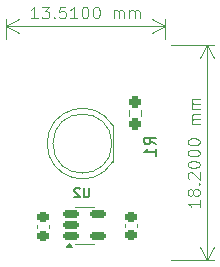
<source format=gbr>
%TF.GenerationSoftware,KiCad,Pcbnew,8.0.1*%
%TF.CreationDate,2025-01-22T20:29:26-07:00*%
%TF.ProjectId,IRRemote,49525265-6d6f-4746-952e-6b696361645f,rev?*%
%TF.SameCoordinates,Original*%
%TF.FileFunction,Legend,Bot*%
%TF.FilePolarity,Positive*%
%FSLAX46Y46*%
G04 Gerber Fmt 4.6, Leading zero omitted, Abs format (unit mm)*
G04 Created by KiCad (PCBNEW 8.0.1) date 2025-01-22 20:29:26*
%MOMM*%
%LPD*%
G01*
G04 APERTURE LIST*
G04 Aperture macros list*
%AMRoundRect*
0 Rectangle with rounded corners*
0 $1 Rounding radius*
0 $2 $3 $4 $5 $6 $7 $8 $9 X,Y pos of 4 corners*
0 Add a 4 corners polygon primitive as box body*
4,1,4,$2,$3,$4,$5,$6,$7,$8,$9,$2,$3,0*
0 Add four circle primitives for the rounded corners*
1,1,$1+$1,$2,$3*
1,1,$1+$1,$4,$5*
1,1,$1+$1,$6,$7*
1,1,$1+$1,$8,$9*
0 Add four rect primitives between the rounded corners*
20,1,$1+$1,$2,$3,$4,$5,0*
20,1,$1+$1,$4,$5,$6,$7,0*
20,1,$1+$1,$6,$7,$8,$9,0*
20,1,$1+$1,$8,$9,$2,$3,0*%
G04 Aperture macros list end*
%ADD10C,0.100000*%
%ADD11C,0.150000*%
%ADD12C,0.120000*%
%ADD13R,1.800000X1.800000*%
%ADD14C,1.800000*%
%ADD15R,1.700000X1.700000*%
%ADD16O,1.700000X1.700000*%
%ADD17C,2.500000*%
%ADD18RoundRect,0.150000X-0.512500X-0.150000X0.512500X-0.150000X0.512500X0.150000X-0.512500X0.150000X0*%
%ADD19RoundRect,0.225000X-0.250000X0.225000X-0.250000X-0.225000X0.250000X-0.225000X0.250000X0.225000X0*%
%ADD20RoundRect,0.237500X0.237500X-0.250000X0.237500X0.250000X-0.237500X0.250000X-0.237500X-0.250000X0*%
%ADD21RoundRect,0.225000X0.250000X-0.225000X0.250000X0.225000X-0.250000X0.225000X-0.250000X-0.225000X0*%
G04 APERTURE END LIST*
D10*
X134397381Y-62177419D02*
X133825953Y-62177419D01*
X134111667Y-62177419D02*
X134111667Y-61177419D01*
X134111667Y-61177419D02*
X134016429Y-61320276D01*
X134016429Y-61320276D02*
X133921191Y-61415514D01*
X133921191Y-61415514D02*
X133825953Y-61463133D01*
X134730715Y-61177419D02*
X135349762Y-61177419D01*
X135349762Y-61177419D02*
X135016429Y-61558371D01*
X135016429Y-61558371D02*
X135159286Y-61558371D01*
X135159286Y-61558371D02*
X135254524Y-61605990D01*
X135254524Y-61605990D02*
X135302143Y-61653609D01*
X135302143Y-61653609D02*
X135349762Y-61748847D01*
X135349762Y-61748847D02*
X135349762Y-61986942D01*
X135349762Y-61986942D02*
X135302143Y-62082180D01*
X135302143Y-62082180D02*
X135254524Y-62129800D01*
X135254524Y-62129800D02*
X135159286Y-62177419D01*
X135159286Y-62177419D02*
X134873572Y-62177419D01*
X134873572Y-62177419D02*
X134778334Y-62129800D01*
X134778334Y-62129800D02*
X134730715Y-62082180D01*
X135778334Y-62082180D02*
X135825953Y-62129800D01*
X135825953Y-62129800D02*
X135778334Y-62177419D01*
X135778334Y-62177419D02*
X135730715Y-62129800D01*
X135730715Y-62129800D02*
X135778334Y-62082180D01*
X135778334Y-62082180D02*
X135778334Y-62177419D01*
X136730714Y-61177419D02*
X136254524Y-61177419D01*
X136254524Y-61177419D02*
X136206905Y-61653609D01*
X136206905Y-61653609D02*
X136254524Y-61605990D01*
X136254524Y-61605990D02*
X136349762Y-61558371D01*
X136349762Y-61558371D02*
X136587857Y-61558371D01*
X136587857Y-61558371D02*
X136683095Y-61605990D01*
X136683095Y-61605990D02*
X136730714Y-61653609D01*
X136730714Y-61653609D02*
X136778333Y-61748847D01*
X136778333Y-61748847D02*
X136778333Y-61986942D01*
X136778333Y-61986942D02*
X136730714Y-62082180D01*
X136730714Y-62082180D02*
X136683095Y-62129800D01*
X136683095Y-62129800D02*
X136587857Y-62177419D01*
X136587857Y-62177419D02*
X136349762Y-62177419D01*
X136349762Y-62177419D02*
X136254524Y-62129800D01*
X136254524Y-62129800D02*
X136206905Y-62082180D01*
X137730714Y-62177419D02*
X137159286Y-62177419D01*
X137445000Y-62177419D02*
X137445000Y-61177419D01*
X137445000Y-61177419D02*
X137349762Y-61320276D01*
X137349762Y-61320276D02*
X137254524Y-61415514D01*
X137254524Y-61415514D02*
X137159286Y-61463133D01*
X138349762Y-61177419D02*
X138445000Y-61177419D01*
X138445000Y-61177419D02*
X138540238Y-61225038D01*
X138540238Y-61225038D02*
X138587857Y-61272657D01*
X138587857Y-61272657D02*
X138635476Y-61367895D01*
X138635476Y-61367895D02*
X138683095Y-61558371D01*
X138683095Y-61558371D02*
X138683095Y-61796466D01*
X138683095Y-61796466D02*
X138635476Y-61986942D01*
X138635476Y-61986942D02*
X138587857Y-62082180D01*
X138587857Y-62082180D02*
X138540238Y-62129800D01*
X138540238Y-62129800D02*
X138445000Y-62177419D01*
X138445000Y-62177419D02*
X138349762Y-62177419D01*
X138349762Y-62177419D02*
X138254524Y-62129800D01*
X138254524Y-62129800D02*
X138206905Y-62082180D01*
X138206905Y-62082180D02*
X138159286Y-61986942D01*
X138159286Y-61986942D02*
X138111667Y-61796466D01*
X138111667Y-61796466D02*
X138111667Y-61558371D01*
X138111667Y-61558371D02*
X138159286Y-61367895D01*
X138159286Y-61367895D02*
X138206905Y-61272657D01*
X138206905Y-61272657D02*
X138254524Y-61225038D01*
X138254524Y-61225038D02*
X138349762Y-61177419D01*
X139302143Y-61177419D02*
X139397381Y-61177419D01*
X139397381Y-61177419D02*
X139492619Y-61225038D01*
X139492619Y-61225038D02*
X139540238Y-61272657D01*
X139540238Y-61272657D02*
X139587857Y-61367895D01*
X139587857Y-61367895D02*
X139635476Y-61558371D01*
X139635476Y-61558371D02*
X139635476Y-61796466D01*
X139635476Y-61796466D02*
X139587857Y-61986942D01*
X139587857Y-61986942D02*
X139540238Y-62082180D01*
X139540238Y-62082180D02*
X139492619Y-62129800D01*
X139492619Y-62129800D02*
X139397381Y-62177419D01*
X139397381Y-62177419D02*
X139302143Y-62177419D01*
X139302143Y-62177419D02*
X139206905Y-62129800D01*
X139206905Y-62129800D02*
X139159286Y-62082180D01*
X139159286Y-62082180D02*
X139111667Y-61986942D01*
X139111667Y-61986942D02*
X139064048Y-61796466D01*
X139064048Y-61796466D02*
X139064048Y-61558371D01*
X139064048Y-61558371D02*
X139111667Y-61367895D01*
X139111667Y-61367895D02*
X139159286Y-61272657D01*
X139159286Y-61272657D02*
X139206905Y-61225038D01*
X139206905Y-61225038D02*
X139302143Y-61177419D01*
X140825953Y-62177419D02*
X140825953Y-61510752D01*
X140825953Y-61605990D02*
X140873572Y-61558371D01*
X140873572Y-61558371D02*
X140968810Y-61510752D01*
X140968810Y-61510752D02*
X141111667Y-61510752D01*
X141111667Y-61510752D02*
X141206905Y-61558371D01*
X141206905Y-61558371D02*
X141254524Y-61653609D01*
X141254524Y-61653609D02*
X141254524Y-62177419D01*
X141254524Y-61653609D02*
X141302143Y-61558371D01*
X141302143Y-61558371D02*
X141397381Y-61510752D01*
X141397381Y-61510752D02*
X141540238Y-61510752D01*
X141540238Y-61510752D02*
X141635477Y-61558371D01*
X141635477Y-61558371D02*
X141683096Y-61653609D01*
X141683096Y-61653609D02*
X141683096Y-62177419D01*
X142159286Y-62177419D02*
X142159286Y-61510752D01*
X142159286Y-61605990D02*
X142206905Y-61558371D01*
X142206905Y-61558371D02*
X142302143Y-61510752D01*
X142302143Y-61510752D02*
X142445000Y-61510752D01*
X142445000Y-61510752D02*
X142540238Y-61558371D01*
X142540238Y-61558371D02*
X142587857Y-61653609D01*
X142587857Y-61653609D02*
X142587857Y-62177419D01*
X142587857Y-61653609D02*
X142635476Y-61558371D01*
X142635476Y-61558371D02*
X142730714Y-61510752D01*
X142730714Y-61510752D02*
X142873571Y-61510752D01*
X142873571Y-61510752D02*
X142968810Y-61558371D01*
X142968810Y-61558371D02*
X143016429Y-61653609D01*
X143016429Y-61653609D02*
X143016429Y-62177419D01*
X131690000Y-63940000D02*
X131690000Y-62233580D01*
X145200000Y-63940000D02*
X145200000Y-62233580D01*
X131690000Y-62820000D02*
X145200000Y-62820000D01*
X131690000Y-62820000D02*
X145200000Y-62820000D01*
X131690000Y-62820000D02*
X132816504Y-62233579D01*
X131690000Y-62820000D02*
X132816504Y-63406421D01*
X145200000Y-62820000D02*
X144073496Y-63406421D01*
X145200000Y-62820000D02*
X144073496Y-62233579D01*
X148107419Y-77587618D02*
X148107419Y-78159046D01*
X148107419Y-77873332D02*
X147107419Y-77873332D01*
X147107419Y-77873332D02*
X147250276Y-77968570D01*
X147250276Y-77968570D02*
X147345514Y-78063808D01*
X147345514Y-78063808D02*
X147393133Y-78159046D01*
X147535990Y-77016189D02*
X147488371Y-77111427D01*
X147488371Y-77111427D02*
X147440752Y-77159046D01*
X147440752Y-77159046D02*
X147345514Y-77206665D01*
X147345514Y-77206665D02*
X147297895Y-77206665D01*
X147297895Y-77206665D02*
X147202657Y-77159046D01*
X147202657Y-77159046D02*
X147155038Y-77111427D01*
X147155038Y-77111427D02*
X147107419Y-77016189D01*
X147107419Y-77016189D02*
X147107419Y-76825713D01*
X147107419Y-76825713D02*
X147155038Y-76730475D01*
X147155038Y-76730475D02*
X147202657Y-76682856D01*
X147202657Y-76682856D02*
X147297895Y-76635237D01*
X147297895Y-76635237D02*
X147345514Y-76635237D01*
X147345514Y-76635237D02*
X147440752Y-76682856D01*
X147440752Y-76682856D02*
X147488371Y-76730475D01*
X147488371Y-76730475D02*
X147535990Y-76825713D01*
X147535990Y-76825713D02*
X147535990Y-77016189D01*
X147535990Y-77016189D02*
X147583609Y-77111427D01*
X147583609Y-77111427D02*
X147631228Y-77159046D01*
X147631228Y-77159046D02*
X147726466Y-77206665D01*
X147726466Y-77206665D02*
X147916942Y-77206665D01*
X147916942Y-77206665D02*
X148012180Y-77159046D01*
X148012180Y-77159046D02*
X148059800Y-77111427D01*
X148059800Y-77111427D02*
X148107419Y-77016189D01*
X148107419Y-77016189D02*
X148107419Y-76825713D01*
X148107419Y-76825713D02*
X148059800Y-76730475D01*
X148059800Y-76730475D02*
X148012180Y-76682856D01*
X148012180Y-76682856D02*
X147916942Y-76635237D01*
X147916942Y-76635237D02*
X147726466Y-76635237D01*
X147726466Y-76635237D02*
X147631228Y-76682856D01*
X147631228Y-76682856D02*
X147583609Y-76730475D01*
X147583609Y-76730475D02*
X147535990Y-76825713D01*
X148012180Y-76206665D02*
X148059800Y-76159046D01*
X148059800Y-76159046D02*
X148107419Y-76206665D01*
X148107419Y-76206665D02*
X148059800Y-76254284D01*
X148059800Y-76254284D02*
X148012180Y-76206665D01*
X148012180Y-76206665D02*
X148107419Y-76206665D01*
X147202657Y-75778094D02*
X147155038Y-75730475D01*
X147155038Y-75730475D02*
X147107419Y-75635237D01*
X147107419Y-75635237D02*
X147107419Y-75397142D01*
X147107419Y-75397142D02*
X147155038Y-75301904D01*
X147155038Y-75301904D02*
X147202657Y-75254285D01*
X147202657Y-75254285D02*
X147297895Y-75206666D01*
X147297895Y-75206666D02*
X147393133Y-75206666D01*
X147393133Y-75206666D02*
X147535990Y-75254285D01*
X147535990Y-75254285D02*
X148107419Y-75825713D01*
X148107419Y-75825713D02*
X148107419Y-75206666D01*
X147107419Y-74587618D02*
X147107419Y-74492380D01*
X147107419Y-74492380D02*
X147155038Y-74397142D01*
X147155038Y-74397142D02*
X147202657Y-74349523D01*
X147202657Y-74349523D02*
X147297895Y-74301904D01*
X147297895Y-74301904D02*
X147488371Y-74254285D01*
X147488371Y-74254285D02*
X147726466Y-74254285D01*
X147726466Y-74254285D02*
X147916942Y-74301904D01*
X147916942Y-74301904D02*
X148012180Y-74349523D01*
X148012180Y-74349523D02*
X148059800Y-74397142D01*
X148059800Y-74397142D02*
X148107419Y-74492380D01*
X148107419Y-74492380D02*
X148107419Y-74587618D01*
X148107419Y-74587618D02*
X148059800Y-74682856D01*
X148059800Y-74682856D02*
X148012180Y-74730475D01*
X148012180Y-74730475D02*
X147916942Y-74778094D01*
X147916942Y-74778094D02*
X147726466Y-74825713D01*
X147726466Y-74825713D02*
X147488371Y-74825713D01*
X147488371Y-74825713D02*
X147297895Y-74778094D01*
X147297895Y-74778094D02*
X147202657Y-74730475D01*
X147202657Y-74730475D02*
X147155038Y-74682856D01*
X147155038Y-74682856D02*
X147107419Y-74587618D01*
X147107419Y-73635237D02*
X147107419Y-73539999D01*
X147107419Y-73539999D02*
X147155038Y-73444761D01*
X147155038Y-73444761D02*
X147202657Y-73397142D01*
X147202657Y-73397142D02*
X147297895Y-73349523D01*
X147297895Y-73349523D02*
X147488371Y-73301904D01*
X147488371Y-73301904D02*
X147726466Y-73301904D01*
X147726466Y-73301904D02*
X147916942Y-73349523D01*
X147916942Y-73349523D02*
X148012180Y-73397142D01*
X148012180Y-73397142D02*
X148059800Y-73444761D01*
X148059800Y-73444761D02*
X148107419Y-73539999D01*
X148107419Y-73539999D02*
X148107419Y-73635237D01*
X148107419Y-73635237D02*
X148059800Y-73730475D01*
X148059800Y-73730475D02*
X148012180Y-73778094D01*
X148012180Y-73778094D02*
X147916942Y-73825713D01*
X147916942Y-73825713D02*
X147726466Y-73873332D01*
X147726466Y-73873332D02*
X147488371Y-73873332D01*
X147488371Y-73873332D02*
X147297895Y-73825713D01*
X147297895Y-73825713D02*
X147202657Y-73778094D01*
X147202657Y-73778094D02*
X147155038Y-73730475D01*
X147155038Y-73730475D02*
X147107419Y-73635237D01*
X147107419Y-72682856D02*
X147107419Y-72587618D01*
X147107419Y-72587618D02*
X147155038Y-72492380D01*
X147155038Y-72492380D02*
X147202657Y-72444761D01*
X147202657Y-72444761D02*
X147297895Y-72397142D01*
X147297895Y-72397142D02*
X147488371Y-72349523D01*
X147488371Y-72349523D02*
X147726466Y-72349523D01*
X147726466Y-72349523D02*
X147916942Y-72397142D01*
X147916942Y-72397142D02*
X148012180Y-72444761D01*
X148012180Y-72444761D02*
X148059800Y-72492380D01*
X148059800Y-72492380D02*
X148107419Y-72587618D01*
X148107419Y-72587618D02*
X148107419Y-72682856D01*
X148107419Y-72682856D02*
X148059800Y-72778094D01*
X148059800Y-72778094D02*
X148012180Y-72825713D01*
X148012180Y-72825713D02*
X147916942Y-72873332D01*
X147916942Y-72873332D02*
X147726466Y-72920951D01*
X147726466Y-72920951D02*
X147488371Y-72920951D01*
X147488371Y-72920951D02*
X147297895Y-72873332D01*
X147297895Y-72873332D02*
X147202657Y-72825713D01*
X147202657Y-72825713D02*
X147155038Y-72778094D01*
X147155038Y-72778094D02*
X147107419Y-72682856D01*
X148107419Y-71159046D02*
X147440752Y-71159046D01*
X147535990Y-71159046D02*
X147488371Y-71111427D01*
X147488371Y-71111427D02*
X147440752Y-71016189D01*
X147440752Y-71016189D02*
X147440752Y-70873332D01*
X147440752Y-70873332D02*
X147488371Y-70778094D01*
X147488371Y-70778094D02*
X147583609Y-70730475D01*
X147583609Y-70730475D02*
X148107419Y-70730475D01*
X147583609Y-70730475D02*
X147488371Y-70682856D01*
X147488371Y-70682856D02*
X147440752Y-70587618D01*
X147440752Y-70587618D02*
X147440752Y-70444761D01*
X147440752Y-70444761D02*
X147488371Y-70349522D01*
X147488371Y-70349522D02*
X147583609Y-70301903D01*
X147583609Y-70301903D02*
X148107419Y-70301903D01*
X148107419Y-69825713D02*
X147440752Y-69825713D01*
X147535990Y-69825713D02*
X147488371Y-69778094D01*
X147488371Y-69778094D02*
X147440752Y-69682856D01*
X147440752Y-69682856D02*
X147440752Y-69539999D01*
X147440752Y-69539999D02*
X147488371Y-69444761D01*
X147488371Y-69444761D02*
X147583609Y-69397142D01*
X147583609Y-69397142D02*
X148107419Y-69397142D01*
X147583609Y-69397142D02*
X147488371Y-69349523D01*
X147488371Y-69349523D02*
X147440752Y-69254285D01*
X147440752Y-69254285D02*
X147440752Y-69111428D01*
X147440752Y-69111428D02*
X147488371Y-69016189D01*
X147488371Y-69016189D02*
X147583609Y-68968570D01*
X147583609Y-68968570D02*
X148107419Y-68968570D01*
X145700000Y-82640000D02*
X149336420Y-82640000D01*
X145700000Y-64440000D02*
X149336420Y-64440000D01*
X148750000Y-82640000D02*
X148750000Y-64440000D01*
X148750000Y-82640000D02*
X148750000Y-64440000D01*
X148750000Y-82640000D02*
X148163579Y-81513496D01*
X148750000Y-82640000D02*
X149336421Y-81513496D01*
X148750000Y-64440000D02*
X149336421Y-65566504D01*
X148750000Y-64440000D02*
X148163579Y-65566504D01*
D11*
X138729523Y-76532295D02*
X138729523Y-77179914D01*
X138729523Y-77179914D02*
X138691428Y-77256104D01*
X138691428Y-77256104D02*
X138653333Y-77294200D01*
X138653333Y-77294200D02*
X138577142Y-77332295D01*
X138577142Y-77332295D02*
X138424761Y-77332295D01*
X138424761Y-77332295D02*
X138348571Y-77294200D01*
X138348571Y-77294200D02*
X138310476Y-77256104D01*
X138310476Y-77256104D02*
X138272380Y-77179914D01*
X138272380Y-77179914D02*
X138272380Y-76532295D01*
X137929524Y-76608485D02*
X137891428Y-76570390D01*
X137891428Y-76570390D02*
X137815238Y-76532295D01*
X137815238Y-76532295D02*
X137624762Y-76532295D01*
X137624762Y-76532295D02*
X137548571Y-76570390D01*
X137548571Y-76570390D02*
X137510476Y-76608485D01*
X137510476Y-76608485D02*
X137472381Y-76684676D01*
X137472381Y-76684676D02*
X137472381Y-76760866D01*
X137472381Y-76760866D02*
X137510476Y-76875152D01*
X137510476Y-76875152D02*
X137967619Y-77332295D01*
X137967619Y-77332295D02*
X137472381Y-77332295D01*
X144394819Y-72853333D02*
X143918628Y-72520000D01*
X144394819Y-72281905D02*
X143394819Y-72281905D01*
X143394819Y-72281905D02*
X143394819Y-72662857D01*
X143394819Y-72662857D02*
X143442438Y-72758095D01*
X143442438Y-72758095D02*
X143490057Y-72805714D01*
X143490057Y-72805714D02*
X143585295Y-72853333D01*
X143585295Y-72853333D02*
X143728152Y-72853333D01*
X143728152Y-72853333D02*
X143823390Y-72805714D01*
X143823390Y-72805714D02*
X143871009Y-72758095D01*
X143871009Y-72758095D02*
X143918628Y-72662857D01*
X143918628Y-72662857D02*
X143918628Y-72281905D01*
X144394819Y-73805714D02*
X144394819Y-73234286D01*
X144394819Y-73520000D02*
X143394819Y-73520000D01*
X143394819Y-73520000D02*
X143537676Y-73424762D01*
X143537676Y-73424762D02*
X143632914Y-73329524D01*
X143632914Y-73329524D02*
X143680533Y-73234286D01*
D12*
%TO.C,D1*%
X140730000Y-74325000D02*
X140730000Y-71235000D01*
X135180000Y-72780462D02*
G75*
G02*
X140730000Y-71235170I2990000J462D01*
G01*
X140729999Y-74324830D02*
G75*
G02*
X135180001Y-72779538I-2559999J1544830D01*
G01*
X140670000Y-72780000D02*
G75*
G02*
X135670000Y-72780000I-2500000J0D01*
G01*
X135670000Y-72780000D02*
G75*
G02*
X140670000Y-72780000I2500000J0D01*
G01*
%TO.C,U2*%
X137537500Y-78130000D02*
X138337500Y-78130000D01*
X137537500Y-81250000D02*
X138337500Y-81250000D01*
X139137500Y-78130000D02*
X138337500Y-78130000D01*
X139137500Y-81250000D02*
X138337500Y-81250000D01*
X137277500Y-81530000D02*
X136797500Y-81530000D01*
X137037500Y-81200000D01*
X137277500Y-81530000D01*
G36*
X137277500Y-81530000D02*
G01*
X136797500Y-81530000D01*
X137037500Y-81200000D01*
X137277500Y-81530000D01*
G37*
%TO.C,C1*%
X134360000Y-79945580D02*
X134360000Y-79664420D01*
X135380000Y-79945580D02*
X135380000Y-79664420D01*
%TO.C,R1*%
X142117500Y-69957776D02*
X142117500Y-70467224D01*
X143162500Y-69957776D02*
X143162500Y-70467224D01*
%TO.C,C2*%
X141800000Y-79594420D02*
X141800000Y-79875580D01*
X142820000Y-79594420D02*
X142820000Y-79875580D01*
%TD*%
%LPC*%
D13*
%TO.C,D1*%
X139440000Y-72780000D03*
D14*
X136900000Y-72780000D03*
%TD*%
D15*
%TO.C,J1*%
X139660000Y-67830000D03*
D16*
X137120000Y-67830000D03*
%TD*%
D17*
%TO.C,H1*%
X133620000Y-66340000D03*
%TD*%
%TO.C,H2*%
X143100000Y-66240000D03*
%TD*%
D18*
%TO.C,U2*%
X137200000Y-80640000D03*
X137200000Y-79690000D03*
X137200000Y-78740000D03*
X139475000Y-78740000D03*
X139475000Y-80640000D03*
%TD*%
D19*
%TO.C,C1*%
X134870000Y-79030000D03*
X134870000Y-80580000D03*
%TD*%
D20*
%TO.C,R1*%
X142640000Y-71125000D03*
X142640000Y-69300000D03*
%TD*%
D21*
%TO.C,C2*%
X142310000Y-80510000D03*
X142310000Y-78960000D03*
%TD*%
%LPD*%
M02*

</source>
